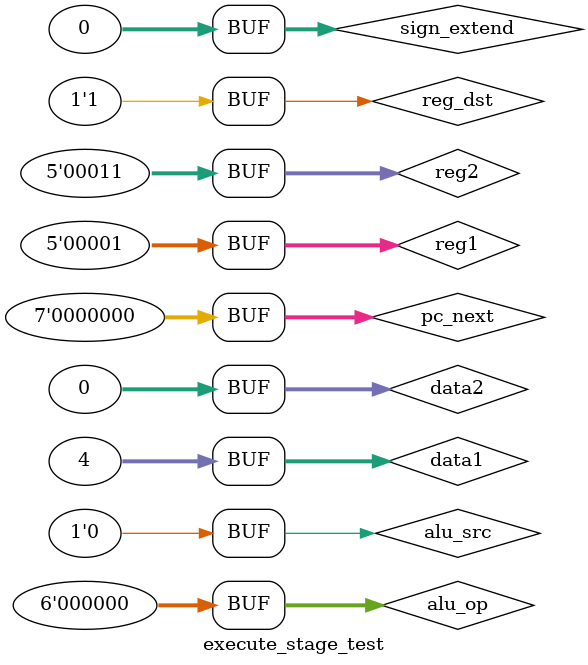
<source format=v>
`timescale 1ns / 1ps


module execute_stage_test;

	// Inputs
	reg alu_src;
	reg [5:0] alu_op;
	reg reg_dst;
	reg [6:0] pc_next;
	reg [31:0] data1;
	reg [31:0] data2;
	reg [31:0] sign_extend;
	reg [4:0] reg1;
	reg [4:0] reg2;

	// Outputs
	wire [6:0] branch_pc;
	wire zero;
	wire [31:0] alu_result;
	wire [31:0] data2_out;
	wire [4:0] dst;

	// Instantiate the Unit Under Test (UUT)
	execute_stage uut (
		.alu_src(alu_src), 
		.alu_op(alu_op), 
		.reg_dst(reg_dst), 
		.pc_next(pc_next), 
		.data1(data1), 
		.data2(data2), 
		.sign_extend(sign_extend), 
		.reg1(reg1), 
		.reg2(reg2), 
		.branch_pc(branch_pc), 
		.zero(zero), 
		.alu_result(alu_result), 
		.data2_out(data2_out), 
		.dst(dst)
	);

	initial begin
		// Initialize Inputs
		alu_src = 0;
		alu_op = 0;
		reg_dst = 0;
		pc_next = 0;
		data1 = 4;
		data2 = 0;
		sign_extend = 0;
		reg1 = 0;
		reg2 = 0;

		// Wait 100 ns for global reset to finish
		#100;
		
		//Probando una AND entre data1 y data2 - Suma entre pc_next y sign_extend
      alu_src = 1;
		alu_op = 6'b000010;
		reg_dst = 0;
		pc_next = 1;
		data1 = 10;
		data2 = 6;
		sign_extend = 4'b0100;
		reg1 = 0;
		reg2 = 0;
		
		#100;
		
		alu_src = 0;
		alu_op = 0;
		reg_dst = 0;
		pc_next = 0;
		data1 = 4;
		data2 = 0;
		sign_extend = 0;
		reg1 = 1;
		reg2 = 3;

		#100;
		
		alu_src = 0;
		alu_op = 0;
		reg_dst = 1;
		pc_next = 0;
		data1 = 4;
		data2 = 0;
		sign_extend = 0;
		reg1 = 1;
		reg2 = 3;

	end
      
endmodule


</source>
